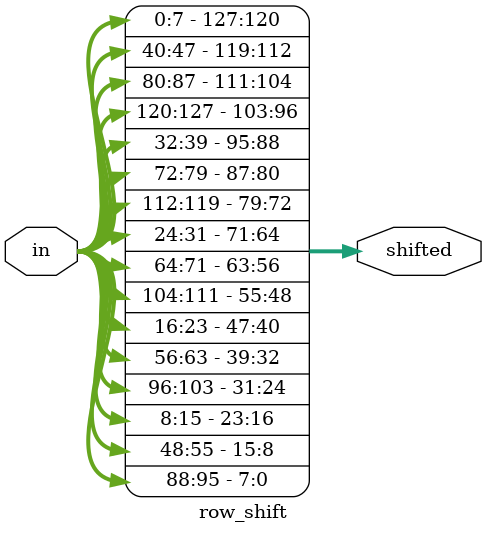
<source format=v>
module row_shift (in, shifted);
	input [0:127] in;
	output [0:127] shifted;
	
	// First row (r = 0) is not shifted
	assign shifted[0+:8] = in[0+:8];
	assign shifted[32+:8] = in[32+:8];
	assign shifted[64+:8] = in[64+:8];
   assign shifted[96+:8] = in[96+:8];
	
	// Second row (r = 1) is cyclically left shifted by 1 offset
   assign shifted[8+:8] = in[40+:8];
   assign shifted[40+:8] = in[72+:8];
   assign shifted[72+:8] = in[104+:8];
   assign shifted[104+:8] = in[8+:8];
	
	// Third row (r = 2) is cyclically left shifted by 2 offsets
   assign shifted[16+:8] = in[80+:8];
   assign shifted[48+:8] = in[112+:8];
   assign shifted[80+:8] = in[16+:8];
   assign shifted[112+:8] = in[48+:8];
	
	// Fourth row (r = 3) is cyclically left shifted by 3 offsets
   assign shifted[24+:8] = in[120+:8];
   assign shifted[56+:8] = in[24+:8];
   assign shifted[88+:8] = in[56+:8];
   assign shifted[120+:8] = in[88+:8];

endmodule
</source>
